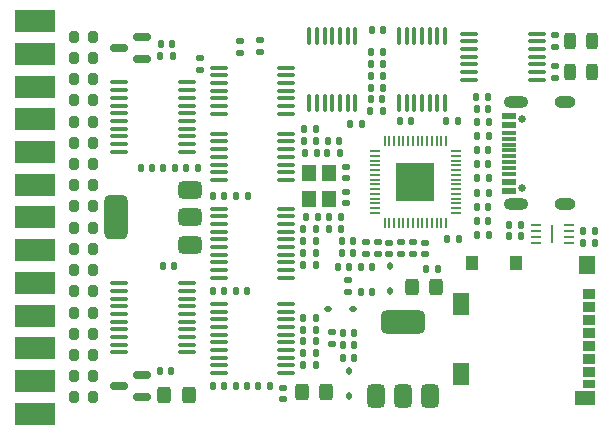
<source format=gbr>
%TF.GenerationSoftware,KiCad,Pcbnew,8.0.2*%
%TF.CreationDate,2024-12-18T21:07:28-06:00*%
%TF.ProjectId,Usb_Bridge,5573625f-4272-4696-9467-652e6b696361,rev?*%
%TF.SameCoordinates,Original*%
%TF.FileFunction,Soldermask,Top*%
%TF.FilePolarity,Negative*%
%FSLAX46Y46*%
G04 Gerber Fmt 4.6, Leading zero omitted, Abs format (unit mm)*
G04 Created by KiCad (PCBNEW 8.0.2) date 2024-12-18 21:07:28*
%MOMM*%
%LPD*%
G01*
G04 APERTURE LIST*
G04 Aperture macros list*
%AMRoundRect*
0 Rectangle with rounded corners*
0 $1 Rounding radius*
0 $2 $3 $4 $5 $6 $7 $8 $9 X,Y pos of 4 corners*
0 Add a 4 corners polygon primitive as box body*
4,1,4,$2,$3,$4,$5,$6,$7,$8,$9,$2,$3,0*
0 Add four circle primitives for the rounded corners*
1,1,$1+$1,$2,$3*
1,1,$1+$1,$4,$5*
1,1,$1+$1,$6,$7*
1,1,$1+$1,$8,$9*
0 Add four rect primitives between the rounded corners*
20,1,$1+$1,$2,$3,$4,$5,0*
20,1,$1+$1,$4,$5,$6,$7,0*
20,1,$1+$1,$6,$7,$8,$9,0*
20,1,$1+$1,$8,$9,$2,$3,0*%
G04 Aperture macros list end*
%ADD10R,3.480000X1.846667*%
%ADD11RoundRect,0.140000X-0.140000X-0.170000X0.140000X-0.170000X0.140000X0.170000X-0.140000X0.170000X0*%
%ADD12RoundRect,0.100000X0.100000X-0.637500X0.100000X0.637500X-0.100000X0.637500X-0.100000X-0.637500X0*%
%ADD13RoundRect,0.140000X0.140000X0.170000X-0.140000X0.170000X-0.140000X-0.170000X0.140000X-0.170000X0*%
%ADD14R,1.100000X0.850000*%
%ADD15R,1.100000X0.750000*%
%ADD16R,1.000000X1.200000*%
%ADD17R,1.350000X1.550000*%
%ADD18R,1.350000X1.900000*%
%ADD19R,1.800000X1.170000*%
%ADD20RoundRect,0.243750X0.243750X0.456250X-0.243750X0.456250X-0.243750X-0.456250X0.243750X-0.456250X0*%
%ADD21RoundRect,0.135000X-0.135000X-0.185000X0.135000X-0.185000X0.135000X0.185000X-0.135000X0.185000X0*%
%ADD22RoundRect,0.200000X0.200000X0.275000X-0.200000X0.275000X-0.200000X-0.275000X0.200000X-0.275000X0*%
%ADD23RoundRect,0.135000X0.135000X0.185000X-0.135000X0.185000X-0.135000X-0.185000X0.135000X-0.185000X0*%
%ADD24RoundRect,0.150000X0.587500X0.150000X-0.587500X0.150000X-0.587500X-0.150000X0.587500X-0.150000X0*%
%ADD25RoundRect,0.100000X0.637500X0.100000X-0.637500X0.100000X-0.637500X-0.100000X0.637500X-0.100000X0*%
%ADD26RoundRect,0.140000X-0.170000X0.140000X-0.170000X-0.140000X0.170000X-0.140000X0.170000X0.140000X0*%
%ADD27RoundRect,0.135000X-0.185000X0.135000X-0.185000X-0.135000X0.185000X-0.135000X0.185000X0.135000X0*%
%ADD28RoundRect,0.135000X0.185000X-0.135000X0.185000X0.135000X-0.185000X0.135000X-0.185000X-0.135000X0*%
%ADD29C,0.650000*%
%ADD30R,1.240000X0.600000*%
%ADD31R,1.240000X0.300000*%
%ADD32O,2.100000X1.000000*%
%ADD33O,1.800000X1.000000*%
%ADD34RoundRect,0.100000X-0.100000X0.637500X-0.100000X-0.637500X0.100000X-0.637500X0.100000X0.637500X0*%
%ADD35RoundRect,0.050000X-0.050000X0.387500X-0.050000X-0.387500X0.050000X-0.387500X0.050000X0.387500X0*%
%ADD36RoundRect,0.050000X-0.387500X0.050000X-0.387500X-0.050000X0.387500X-0.050000X0.387500X0.050000X0*%
%ADD37R,3.200000X3.200000*%
%ADD38RoundRect,0.250000X-0.325000X-0.450000X0.325000X-0.450000X0.325000X0.450000X-0.325000X0.450000X0*%
%ADD39RoundRect,0.112500X-0.112500X0.187500X-0.112500X-0.187500X0.112500X-0.187500X0.112500X0.187500X0*%
%ADD40RoundRect,0.375000X0.625000X0.375000X-0.625000X0.375000X-0.625000X-0.375000X0.625000X-0.375000X0*%
%ADD41RoundRect,0.500000X0.500000X1.400000X-0.500000X1.400000X-0.500000X-1.400000X0.500000X-1.400000X0*%
%ADD42RoundRect,0.062500X-0.387500X-0.062500X0.387500X-0.062500X0.387500X0.062500X-0.387500X0.062500X0*%
%ADD43R,0.200000X1.600000*%
%ADD44RoundRect,0.112500X0.112500X-0.187500X0.112500X0.187500X-0.112500X0.187500X-0.112500X-0.187500X0*%
%ADD45RoundRect,0.250000X0.325000X0.450000X-0.325000X0.450000X-0.325000X-0.450000X0.325000X-0.450000X0*%
%ADD46RoundRect,0.140000X0.170000X-0.140000X0.170000X0.140000X-0.170000X0.140000X-0.170000X-0.140000X0*%
%ADD47RoundRect,0.375000X0.375000X-0.625000X0.375000X0.625000X-0.375000X0.625000X-0.375000X-0.625000X0*%
%ADD48RoundRect,0.500000X1.400000X-0.500000X1.400000X0.500000X-1.400000X0.500000X-1.400000X-0.500000X0*%
%ADD49RoundRect,0.112500X0.187500X0.112500X-0.187500X0.112500X-0.187500X-0.112500X0.187500X-0.112500X0*%
%ADD50R,1.200000X1.400000*%
G04 APERTURE END LIST*
D10*
%TO.C,J3*%
X2000000Y16620000D03*
X2000000Y13850000D03*
X2000000Y11080000D03*
X2000000Y8310000D03*
X2000000Y5540000D03*
X2000000Y2770000D03*
X2000000Y0D03*
X2000000Y-2770000D03*
X2000000Y-5540000D03*
X2000000Y-8310000D03*
X2000000Y-11080000D03*
X2000000Y-13850000D03*
X2000000Y-16620000D03*
%TD*%
D11*
%TO.C,C3*%
X18980000Y-6212500D03*
X19940000Y-6212500D03*
%TD*%
%TO.C,C4*%
X12540000Y-13040000D03*
X13500000Y-13040000D03*
%TD*%
D12*
%TO.C,U3*%
X32810000Y9657500D03*
X33460000Y9657500D03*
X34110000Y9657500D03*
X34760000Y9657500D03*
X35410000Y9657500D03*
X36060000Y9657500D03*
X36710000Y9657500D03*
X36710000Y15382500D03*
X36060000Y15382500D03*
X35410000Y15382500D03*
X34760000Y15382500D03*
X34110000Y15382500D03*
X33460000Y15382500D03*
X32810000Y15382500D03*
%TD*%
D11*
%TO.C,C7*%
X18980000Y-14300000D03*
X19940000Y-14300000D03*
%TD*%
%TO.C,C1*%
X27940000Y-1990000D03*
X28900000Y-1990000D03*
%TD*%
D13*
%TO.C,C2*%
X17980000Y-6212500D03*
X17020000Y-6212500D03*
%TD*%
D11*
%TO.C,C5*%
X12640000Y14673334D03*
X13600000Y14673334D03*
%TD*%
D13*
%TO.C,C6*%
X18017500Y-14300000D03*
X17057500Y-14300000D03*
%TD*%
D11*
%TO.C,C12*%
X39370000Y9220000D03*
X40330000Y9220000D03*
%TD*%
D14*
%TO.C,SD1*%
X48870000Y-6460000D03*
X48870000Y-7560000D03*
X48870000Y-8660000D03*
X48870000Y-9760000D03*
X48870000Y-10860000D03*
X48870000Y-11960000D03*
X48870000Y-13060000D03*
D15*
X48870000Y-14110000D03*
D16*
X42720000Y-3825000D03*
X39020000Y-3825000D03*
D17*
X48745000Y-4000000D03*
D18*
X38045000Y-7325000D03*
X38045000Y-13295000D03*
D19*
X48520000Y-15320000D03*
%TD*%
D20*
%TO.C,D1*%
X49147500Y12320000D03*
X47272500Y12320000D03*
%TD*%
%TO.C,D2*%
X49187500Y14920000D03*
X47312500Y14920000D03*
%TD*%
D21*
%TO.C,R46*%
X12610000Y13636668D03*
X13630000Y13636668D03*
%TD*%
D22*
%TO.C,R42*%
X6925000Y13503824D03*
X5275000Y13503824D03*
%TD*%
D11*
%TO.C,C25*%
X29570000Y-4230000D03*
X30530000Y-4230000D03*
%TD*%
D23*
%TO.C,R56*%
X40400000Y3306668D03*
X39380000Y3306668D03*
%TD*%
D22*
%TO.C,R30*%
X6925000Y2726768D03*
X5275000Y2726768D03*
%TD*%
D23*
%TO.C,R4*%
X36090000Y-4360000D03*
X35070000Y-4360000D03*
%TD*%
D24*
%TO.C,Q1*%
X11007500Y-15215000D03*
X11007500Y-13315000D03*
X9132500Y-14265000D03*
%TD*%
D22*
%TO.C,R39*%
X6925000Y-4457936D03*
X5275000Y-4457936D03*
%TD*%
%TO.C,R31*%
X6925000Y-11642640D03*
X5275000Y-11642640D03*
%TD*%
D25*
%TO.C,U2*%
X23262500Y3180000D03*
X23262500Y3830000D03*
X23262500Y4480000D03*
X23262500Y5130000D03*
X23262500Y5780000D03*
X23262500Y6430000D03*
X23262500Y7080000D03*
X17537500Y7080000D03*
X17537500Y6430000D03*
X17537500Y5780000D03*
X17537500Y5130000D03*
X17537500Y4480000D03*
X17537500Y3830000D03*
X17537500Y3180000D03*
%TD*%
D26*
%TO.C,C17*%
X28450000Y-5330000D03*
X28450000Y-6290000D03*
%TD*%
D27*
%TO.C,R84*%
X21020000Y14990000D03*
X21020000Y13970000D03*
%TD*%
D28*
%TO.C,R24*%
X46040000Y11810000D03*
X46040000Y12830000D03*
%TD*%
D11*
%TO.C,C16*%
X30480000Y15910000D03*
X31440000Y15910000D03*
%TD*%
D22*
%TO.C,R33*%
X6925000Y-9846464D03*
X5275000Y-9846464D03*
%TD*%
D23*
%TO.C,R2*%
X27770000Y5430000D03*
X26750000Y5430000D03*
%TD*%
D11*
%TO.C,C29*%
X36890000Y-1830000D03*
X37850000Y-1830000D03*
%TD*%
%TO.C,C30*%
X39410000Y4508334D03*
X40370000Y4508334D03*
%TD*%
D23*
%TO.C,R48*%
X40400000Y6900000D03*
X39380000Y6900000D03*
%TD*%
D29*
%TO.C,J12*%
X43220000Y2530000D03*
X43220000Y8310000D03*
D30*
X42100000Y2220000D03*
X42100000Y3020000D03*
D31*
X42100000Y4170000D03*
X42100000Y5170000D03*
X42100000Y5670000D03*
X42100000Y6670000D03*
D30*
X42100000Y7820000D03*
X42100000Y8620000D03*
X42100000Y8620000D03*
X42100000Y7820000D03*
D31*
X42100000Y7170000D03*
X42100000Y6170000D03*
X42100000Y4670000D03*
X42100000Y3670000D03*
D30*
X42100000Y3020000D03*
X42100000Y2220000D03*
D32*
X42700000Y1100000D03*
D33*
X46900000Y1100000D03*
D32*
X42700000Y9740000D03*
D33*
X46900000Y9740000D03*
%TD*%
D25*
%TO.C,U5*%
X44450000Y11670000D03*
X44450000Y12320000D03*
X44450000Y12970000D03*
X44450000Y13620000D03*
X44450000Y14270000D03*
X44450000Y14920000D03*
X44450000Y15570000D03*
X38725000Y15570000D03*
X38725000Y14920000D03*
X38725000Y14270000D03*
X38725000Y13620000D03*
X38725000Y12970000D03*
X38725000Y12320000D03*
X38725000Y11670000D03*
%TD*%
D22*
%TO.C,R36*%
X6925000Y8115296D03*
X5275000Y8115296D03*
%TD*%
D21*
%TO.C,R5*%
X24790000Y7500000D03*
X25810000Y7500000D03*
%TD*%
D22*
%TO.C,R35*%
X6925000Y-8050288D03*
X5275000Y-8050288D03*
%TD*%
D11*
%TO.C,C33*%
X36820000Y8170000D03*
X37780000Y8170000D03*
%TD*%
%TO.C,C8*%
X14810000Y4200000D03*
X15770000Y4200000D03*
%TD*%
D22*
%TO.C,R38*%
X6925000Y9911472D03*
X5275000Y9911472D03*
%TD*%
D11*
%TO.C,C24*%
X12865000Y4200000D03*
X13825000Y4200000D03*
%TD*%
D13*
%TO.C,C19*%
X29020000Y-11860000D03*
X28060000Y-11860000D03*
%TD*%
D23*
%TO.C,R9*%
X21920000Y-14310000D03*
X20900000Y-14310000D03*
%TD*%
D25*
%TO.C,U1*%
X23262500Y8770000D03*
X23262500Y9420000D03*
X23262500Y10070000D03*
X23262500Y10720000D03*
X23262500Y11370000D03*
X23262500Y12020000D03*
X23262500Y12670000D03*
X17537500Y12670000D03*
X17537500Y12020000D03*
X17537500Y11370000D03*
X17537500Y10720000D03*
X17537500Y10070000D03*
X17537500Y9420000D03*
X17537500Y8770000D03*
%TD*%
D22*
%TO.C,R40*%
X6925000Y11707648D03*
X5275000Y11707648D03*
%TD*%
D23*
%TO.C,R85*%
X25740000Y-8500000D03*
X24720000Y-8500000D03*
%TD*%
D34*
%TO.C,U4*%
X29110000Y15382500D03*
X28460000Y15382500D03*
X27810000Y15382500D03*
X27160000Y15382500D03*
X26510000Y15382500D03*
X25860000Y15382500D03*
X25210000Y15382500D03*
X25210000Y9657500D03*
X25860000Y9657500D03*
X26510000Y9657500D03*
X27160000Y9657500D03*
X27810000Y9657500D03*
X28460000Y9657500D03*
X29110000Y9657500D03*
%TD*%
D26*
%TO.C,C27*%
X35000000Y-2130000D03*
X35000000Y-3090000D03*
%TD*%
D25*
%TO.C,U6*%
X23262500Y-5100000D03*
X23262500Y-4450000D03*
X23262500Y-3800000D03*
X23262500Y-3150000D03*
X23262500Y-2500000D03*
X23262500Y-1850000D03*
X23262500Y-1200000D03*
X23262500Y-550000D03*
X23262500Y100000D03*
X23262500Y750000D03*
X17537500Y750000D03*
X17537500Y100000D03*
X17537500Y-550000D03*
X17537500Y-1200000D03*
X17537500Y-1850000D03*
X17537500Y-2500000D03*
X17537500Y-3150000D03*
X17537500Y-3800000D03*
X17537500Y-4450000D03*
X17537500Y-5100000D03*
%TD*%
D21*
%TO.C,R47*%
X39380000Y8100000D03*
X40400000Y8100000D03*
%TD*%
D35*
%TO.C,U13*%
X36782500Y6437500D03*
X36382500Y6437500D03*
X35982500Y6437500D03*
X35582500Y6437500D03*
X35182500Y6437500D03*
X34782500Y6437500D03*
X34382500Y6437500D03*
X33982500Y6437500D03*
X33582500Y6437500D03*
X33182500Y6437500D03*
X32782500Y6437500D03*
X32382500Y6437500D03*
X31982500Y6437500D03*
X31582500Y6437500D03*
D36*
X30745000Y5600000D03*
X30745000Y5200000D03*
X30745000Y4800000D03*
X30745000Y4400000D03*
X30745000Y4000000D03*
X30745000Y3600000D03*
X30745000Y3200000D03*
X30745000Y2800000D03*
X30745000Y2400000D03*
X30745000Y2000000D03*
X30745000Y1600000D03*
X30745000Y1200000D03*
X30745000Y800000D03*
X30745000Y400000D03*
D35*
X31582500Y-437500D03*
X31982500Y-437500D03*
X32382500Y-437500D03*
X32782500Y-437500D03*
X33182500Y-437500D03*
X33582500Y-437500D03*
X33982500Y-437500D03*
X34382500Y-437500D03*
X34782500Y-437500D03*
X35182500Y-437500D03*
X35582500Y-437500D03*
X35982500Y-437500D03*
X36382500Y-437500D03*
X36782500Y-437500D03*
D36*
X37620000Y400000D03*
X37620000Y800000D03*
X37620000Y1200000D03*
X37620000Y1600000D03*
X37620000Y2000000D03*
X37620000Y2400000D03*
X37620000Y2800000D03*
X37620000Y3200000D03*
X37620000Y3600000D03*
X37620000Y4000000D03*
X37620000Y4400000D03*
X37620000Y4800000D03*
X37620000Y5200000D03*
X37620000Y5600000D03*
D37*
X34182500Y3000000D03*
%TD*%
D25*
%TO.C,U7*%
X14862500Y5575000D03*
X14862500Y6225000D03*
X14862500Y6875000D03*
X14862500Y7525000D03*
X14862500Y8175000D03*
X14862500Y8825000D03*
X14862500Y9475000D03*
X14862500Y10125000D03*
X14862500Y10775000D03*
X14862500Y11425000D03*
X9137500Y11425000D03*
X9137500Y10775000D03*
X9137500Y10125000D03*
X9137500Y9475000D03*
X9137500Y8825000D03*
X9137500Y8175000D03*
X9137500Y7525000D03*
X9137500Y6875000D03*
X9137500Y6225000D03*
X9137500Y5575000D03*
%TD*%
D13*
%TO.C,C15*%
X31380000Y10000000D03*
X30420000Y10000000D03*
%TD*%
D26*
%TO.C,C14*%
X15990000Y13460000D03*
X15990000Y12500000D03*
%TD*%
D28*
%TO.C,R49*%
X31000000Y-3120000D03*
X31000000Y-2100000D03*
%TD*%
D22*
%TO.C,R45*%
X6925000Y15300000D03*
X5275000Y15300000D03*
%TD*%
D11*
%TO.C,C21*%
X28690000Y7940000D03*
X29650000Y7940000D03*
%TD*%
D23*
%TO.C,R87*%
X25740000Y-9500000D03*
X24720000Y-9500000D03*
%TD*%
D13*
%TO.C,C20*%
X29020000Y-10815000D03*
X28060000Y-10815000D03*
%TD*%
D21*
%TO.C,R55*%
X42090000Y-1600000D03*
X43110000Y-1600000D03*
%TD*%
D38*
%TO.C,F3*%
X33885000Y-5870000D03*
X35935000Y-5870000D03*
%TD*%
D24*
%TO.C,Q2*%
X11007500Y13380000D03*
X11007500Y15280000D03*
X9132500Y14330000D03*
%TD*%
D11*
%TO.C,C23*%
X28060000Y-9770000D03*
X29020000Y-9770000D03*
%TD*%
D21*
%TO.C,R86*%
X30390000Y9000000D03*
X31410000Y9000000D03*
%TD*%
D23*
%TO.C,R83*%
X31470000Y12000000D03*
X30450000Y12000000D03*
%TD*%
D27*
%TO.C,R50*%
X33000000Y-2100000D03*
X33000000Y-3120000D03*
%TD*%
%TO.C,R81*%
X19330000Y14970000D03*
X19330000Y13950000D03*
%TD*%
D26*
%TO.C,C22*%
X27130000Y-9730000D03*
X27130000Y-10690000D03*
%TD*%
D13*
%TO.C,C34*%
X33810000Y8170000D03*
X32850000Y8170000D03*
%TD*%
D39*
%TO.C,D8*%
X32020000Y-4140000D03*
X32020000Y-6240000D03*
%TD*%
D23*
%TO.C,R22*%
X27880000Y0D03*
X26860000Y0D03*
%TD*%
D21*
%TO.C,R80*%
X24820000Y5430000D03*
X25840000Y5430000D03*
%TD*%
D23*
%TO.C,R7*%
X20000000Y1850000D03*
X18980000Y1850000D03*
%TD*%
D11*
%TO.C,C38*%
X48410000Y-1190000D03*
X49370000Y-1190000D03*
%TD*%
D23*
%TO.C,R88*%
X25740000Y-10500000D03*
X24720000Y-10500000D03*
%TD*%
D21*
%TO.C,R79*%
X24790000Y6480000D03*
X25810000Y6480000D03*
%TD*%
D26*
%TO.C,C36*%
X28350000Y2170000D03*
X28350000Y1210000D03*
%TD*%
D23*
%TO.C,R89*%
X25740000Y-11500000D03*
X24720000Y-11500000D03*
%TD*%
%TO.C,R91*%
X25740000Y-12500000D03*
X24720000Y-12500000D03*
%TD*%
D13*
%TO.C,C18*%
X28900000Y-3020000D03*
X27940000Y-3020000D03*
%TD*%
%TO.C,C43*%
X30530000Y-6280000D03*
X29570000Y-6280000D03*
%TD*%
D22*
%TO.C,R32*%
X6925000Y4522944D03*
X5275000Y4522944D03*
%TD*%
%TO.C,R43*%
X6925000Y-865584D03*
X5275000Y-865584D03*
%TD*%
D21*
%TO.C,R1*%
X39380000Y-1500000D03*
X40400000Y-1500000D03*
%TD*%
D27*
%TO.C,R25*%
X46040000Y15430000D03*
X46040000Y14410000D03*
%TD*%
D13*
%TO.C,C10*%
X11880000Y4200000D03*
X10920000Y4200000D03*
%TD*%
D23*
%TO.C,R90*%
X31470000Y14000000D03*
X30450000Y14000000D03*
%TD*%
D11*
%TO.C,C32*%
X39410000Y893336D03*
X40370000Y893336D03*
%TD*%
D40*
%TO.C,U10*%
X15150000Y-2300000D03*
X15150000Y0D03*
D41*
X8850000Y0D03*
D40*
X15150000Y2300000D03*
%TD*%
D38*
%TO.C,F1*%
X24555000Y-14800000D03*
X26605000Y-14800000D03*
%TD*%
D11*
%TO.C,C9*%
X12820000Y-4100000D03*
X13780000Y-4100000D03*
%TD*%
D42*
%TO.C,U12*%
X44375000Y-650000D03*
X44375000Y-1150000D03*
X44375000Y-1650000D03*
X44375000Y-2150000D03*
X47225000Y-2150000D03*
X47225000Y-1650000D03*
X47225000Y-1150000D03*
X47225000Y-650000D03*
D43*
X45800000Y-1400000D03*
%TD*%
D11*
%TO.C,C39*%
X48410000Y-2190000D03*
X49370000Y-2190000D03*
%TD*%
D22*
%TO.C,R34*%
X6925000Y6319120D03*
X5275000Y6319120D03*
%TD*%
D23*
%TO.C,R94*%
X31440000Y13000000D03*
X30420000Y13000000D03*
%TD*%
D44*
%TO.C,D3*%
X28540000Y-15095000D03*
X28540000Y-12995000D03*
%TD*%
D23*
%TO.C,R93*%
X25740000Y-2000000D03*
X24720000Y-2000000D03*
%TD*%
D22*
%TO.C,R37*%
X6925000Y-6254112D03*
X5275000Y-6254112D03*
%TD*%
%TO.C,R41*%
X6925000Y-2661760D03*
X5275000Y-2661760D03*
%TD*%
D25*
%TO.C,U8*%
X14862500Y-11425000D03*
X14862500Y-10775000D03*
X14862500Y-10125000D03*
X14862500Y-9475000D03*
X14862500Y-8825000D03*
X14862500Y-8175000D03*
X14862500Y-7525000D03*
X14862500Y-6875000D03*
X14862500Y-6225000D03*
X14862500Y-5575000D03*
X9137500Y-5575000D03*
X9137500Y-6225000D03*
X9137500Y-6875000D03*
X9137500Y-7525000D03*
X9137500Y-8175000D03*
X9137500Y-8825000D03*
X9137500Y-9475000D03*
X9137500Y-10125000D03*
X9137500Y-10775000D03*
X9137500Y-11425000D03*
%TD*%
D21*
%TO.C,R23*%
X26860000Y-1000000D03*
X27880000Y-1000000D03*
%TD*%
D28*
%TO.C,R52*%
X34000000Y-3120000D03*
X34000000Y-2100000D03*
%TD*%
D22*
%TO.C,R29*%
X6925000Y-13438816D03*
X5275000Y-13438816D03*
%TD*%
D11*
%TO.C,C40*%
X26780000Y6480000D03*
X27740000Y6480000D03*
%TD*%
D45*
%TO.C,F5*%
X14995000Y-15020000D03*
X12945000Y-15020000D03*
%TD*%
D25*
%TO.C,U9*%
X23262500Y-13175000D03*
X23262500Y-12525000D03*
X23262500Y-11875000D03*
X23262500Y-11225000D03*
X23262500Y-10575000D03*
X23262500Y-9925000D03*
X23262500Y-9275000D03*
X23262500Y-8625000D03*
X23262500Y-7975000D03*
X23262500Y-7325000D03*
X17537500Y-7325000D03*
X17537500Y-7975000D03*
X17537500Y-8625000D03*
X17537500Y-9275000D03*
X17537500Y-9925000D03*
X17537500Y-10575000D03*
X17537500Y-11225000D03*
X17537500Y-11875000D03*
X17537500Y-12525000D03*
X17537500Y-13175000D03*
%TD*%
D46*
%TO.C,C35*%
X28360000Y3310000D03*
X28360000Y4270000D03*
%TD*%
D11*
%TO.C,C37*%
X39410000Y5700000D03*
X40370000Y5700000D03*
%TD*%
D22*
%TO.C,R44*%
X6925000Y-15235000D03*
X5275000Y-15235000D03*
%TD*%
D26*
%TO.C,C28*%
X32000000Y-2130000D03*
X32000000Y-3090000D03*
%TD*%
D23*
%TO.C,R58*%
X43110000Y-600000D03*
X42090000Y-600000D03*
%TD*%
%TO.C,R96*%
X25740000Y-4000000D03*
X24720000Y-4000000D03*
%TD*%
D22*
%TO.C,R28*%
X6925000Y930592D03*
X5275000Y930592D03*
%TD*%
D21*
%TO.C,R82*%
X30440000Y11000000D03*
X31460000Y11000000D03*
%TD*%
D46*
%TO.C,C11*%
X23000000Y-15360000D03*
X23000000Y-14400000D03*
%TD*%
D13*
%TO.C,C26*%
X28610000Y-4230000D03*
X27650000Y-4230000D03*
%TD*%
D23*
%TO.C,R95*%
X25740000Y-3000000D03*
X24720000Y-3000000D03*
%TD*%
D13*
%TO.C,C13*%
X18017500Y1850000D03*
X17057500Y1850000D03*
%TD*%
D47*
%TO.C,U11*%
X30850000Y-15150000D03*
X33150000Y-15150000D03*
D48*
X33150000Y-8850000D03*
D47*
X35450000Y-15150000D03*
%TD*%
D49*
%TO.C,D9*%
X28880000Y-7720000D03*
X26780000Y-7720000D03*
%TD*%
D50*
%TO.C,Y1*%
X26890000Y1520000D03*
X26890000Y3720000D03*
X25190000Y3720000D03*
X25190000Y1520000D03*
%TD*%
D23*
%TO.C,R92*%
X25740000Y-1000000D03*
X24720000Y-1000000D03*
%TD*%
%TO.C,R27*%
X40370000Y10220000D03*
X39350000Y10220000D03*
%TD*%
D11*
%TO.C,C31*%
X39410000Y-298330D03*
X40370000Y-298330D03*
%TD*%
D27*
%TO.C,R51*%
X30000000Y-2100000D03*
X30000000Y-3120000D03*
%TD*%
D13*
%TO.C,C42*%
X25910000Y0D03*
X24950000Y0D03*
%TD*%
D23*
%TO.C,R57*%
X40400000Y2095002D03*
X39380000Y2095002D03*
%TD*%
M02*

</source>
